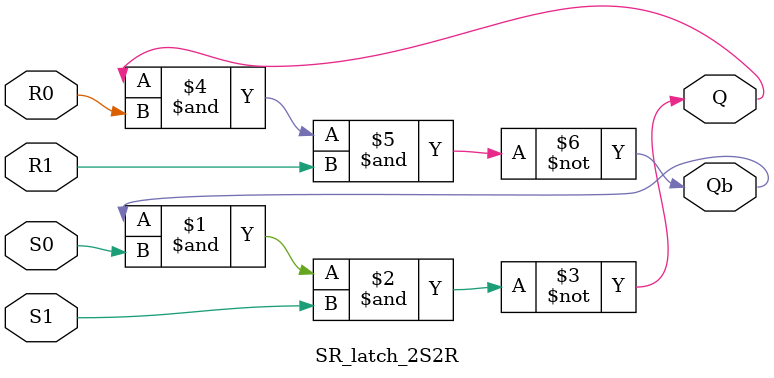
<source format=sv>
`timescale 1ns/1ns
module SR_latch(input S, R, output Q, Qb);
	nand #8 N1(Q, Qb, S), N2(Qb, Q, R);
endmodule


module SR_latch_2S(input S0, S1, R, output Q, Qb);
	nand #12 N1(Q, Qb, S0, S1);
	nand #8 N2(Qb, Q, R);
endmodule

module SR_latch_2S2R(input S0, S1, R0, R1, output Q, Qb);
	nand #12 N1(Q, Qb, S0, S1), N2(Qb, Q, R0, R1);
endmodule
</source>
